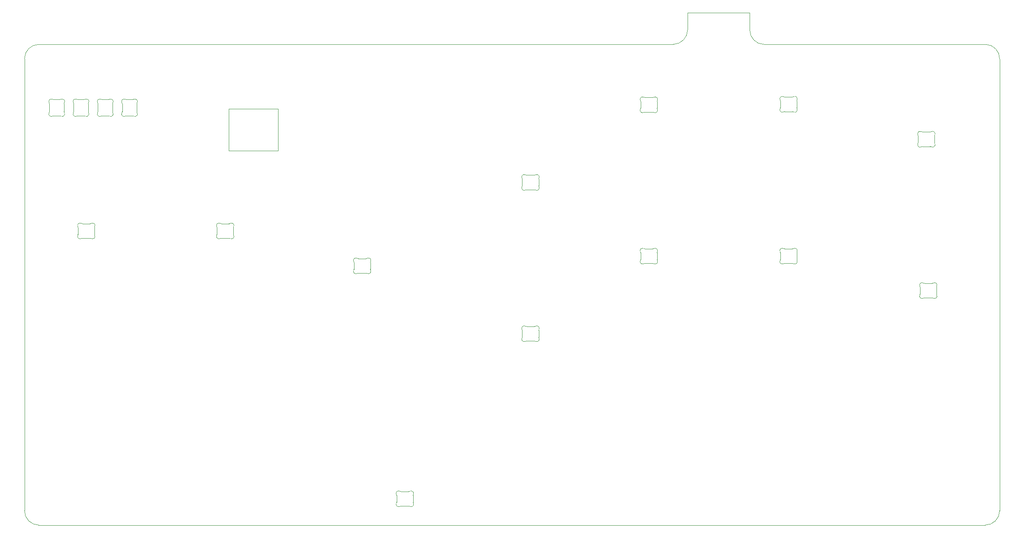
<source format=gm1>
G04 #@! TF.GenerationSoftware,KiCad,Pcbnew,(6.0.0)*
G04 #@! TF.CreationDate,2022-01-08T23:18:35-06:00*
G04 #@! TF.ProjectId,2.0,322e302e-6b69-4636-9164-5f7063625858,2.0*
G04 #@! TF.SameCoordinates,Original*
G04 #@! TF.FileFunction,Profile,NP*
%FSLAX46Y46*%
G04 Gerber Fmt 4.6, Leading zero omitted, Abs format (unit mm)*
G04 Created by KiCad (PCBNEW (6.0.0)) date 2022-01-08 23:18:35*
%MOMM*%
%LPD*%
G01*
G04 APERTURE LIST*
G04 #@! TA.AperFunction,Profile*
%ADD10C,0.050000*%
G04 #@! TD*
G04 #@! TA.AperFunction,Profile*
%ADD11C,0.100000*%
G04 #@! TD*
G04 APERTURE END LIST*
D10*
X206390000Y-33000000D02*
X252092494Y-33000000D01*
X53990000Y-35939072D02*
X53990000Y-129097918D01*
X254990001Y-36019211D02*
G75*
G03*
X252092494Y-33000000I-2945243J73440D01*
G01*
X96130000Y-54900000D02*
X96130000Y-46290000D01*
X53989999Y-129097918D02*
G75*
G03*
X56929072Y-132099999I2957537J-44271D01*
G01*
X251987919Y-132100001D02*
G75*
G03*
X254990000Y-129160928I44271J2957537D01*
G01*
X106250000Y-54900000D02*
X96130000Y-54900000D01*
X57003501Y-33000000D02*
X187676595Y-33000000D01*
X190690000Y-26500000D02*
X190687506Y-29922086D01*
X57003501Y-33000000D02*
G75*
G03*
X53990000Y-35939072I-49980J-2963198D01*
G01*
X254990000Y-129160928D02*
X254990000Y-36019211D01*
X251987919Y-132100000D02*
X56929072Y-132099999D01*
X203490000Y-26500000D02*
X190690000Y-26500000D01*
X203492493Y-29980789D02*
G75*
G03*
X206390000Y-33000000I2945243J-73440D01*
G01*
X187676595Y-33000000D02*
G75*
G03*
X190687506Y-29922086I-20131J3031333D01*
G01*
X106250000Y-54900000D02*
X106250000Y-46290000D01*
X106250000Y-46290000D02*
X96130000Y-46290000D01*
X203490000Y-26500000D02*
X203492494Y-29980789D01*
D11*
G04 #@! TO.C,D7*
X239490548Y-82260001D02*
X241079452Y-82260001D01*
X238585001Y-84462843D02*
X238585001Y-83057159D01*
X241079452Y-85260000D02*
X239490547Y-85260000D01*
X241984999Y-83057159D02*
X241984999Y-84462843D01*
X239238289Y-82191702D02*
G75*
G03*
X238535516Y-82840282I-252259J-431700D01*
G01*
X238585001Y-83057159D02*
G75*
G03*
X238535516Y-82840281I-499990J2D01*
G01*
X239238289Y-82191702D02*
G75*
G03*
X239490548Y-82260001I252261J431710D01*
G01*
X241079452Y-82260001D02*
G75*
G03*
X241331710Y-82191702I-3J500009D01*
G01*
X238535516Y-84679721D02*
G75*
G03*
X238585001Y-84462844I-450505J216876D01*
G01*
X241331711Y-85328300D02*
G75*
G03*
X242034484Y-84679721I252258J431701D01*
G01*
X242034484Y-82840281D02*
G75*
G03*
X241984999Y-83057158I450505J-216876D01*
G01*
X241984999Y-84462843D02*
G75*
G03*
X242034484Y-84679721I499990J-2D01*
G01*
X238535515Y-84679721D02*
G75*
G03*
X239238289Y-85328299I450516J-216877D01*
G01*
X242034484Y-82840281D02*
G75*
G03*
X241331711Y-82191704I-450515J216877D01*
G01*
X239490547Y-85260000D02*
G75*
G03*
X239238289Y-85328299I3J-500009D01*
G01*
X241331711Y-85328300D02*
G75*
G03*
X241079453Y-85260001I-252261J-431710D01*
G01*
G04 #@! TO.C,D4*
X94560548Y-69960001D02*
X96149452Y-69960001D01*
X96149452Y-72960000D02*
X94560547Y-72960000D01*
X93655001Y-72162843D02*
X93655001Y-70757159D01*
X97054999Y-70757159D02*
X97054999Y-72162843D01*
X96401711Y-73028300D02*
G75*
G03*
X97104484Y-72379721I252258J431701D01*
G01*
X93655001Y-70757159D02*
G75*
G03*
X93605516Y-70540281I-499990J2D01*
G01*
X97054999Y-72162843D02*
G75*
G03*
X97104484Y-72379721I499990J-2D01*
G01*
X96401711Y-73028300D02*
G75*
G03*
X96149453Y-72960001I-252261J-431710D01*
G01*
X96149452Y-69960001D02*
G75*
G03*
X96401710Y-69891702I-3J500009D01*
G01*
X94308289Y-69891702D02*
G75*
G03*
X93605516Y-70540282I-252259J-431700D01*
G01*
X94560547Y-72960000D02*
G75*
G03*
X94308289Y-73028299I3J-500009D01*
G01*
X97104484Y-70540281D02*
G75*
G03*
X97054999Y-70757158I450505J-216876D01*
G01*
X93605515Y-72379721D02*
G75*
G03*
X94308289Y-73028299I450516J-216877D01*
G01*
X94308289Y-69891702D02*
G75*
G03*
X94560548Y-69960001I252261J431710D01*
G01*
X97104484Y-70540281D02*
G75*
G03*
X96401711Y-69891704I-450515J216877D01*
G01*
X93605516Y-72379721D02*
G75*
G03*
X93655001Y-72162844I-450505J216876D01*
G01*
G04 #@! TO.C,D1*
X156585001Y-93362843D02*
X156585001Y-91957159D01*
X159079452Y-94160000D02*
X157490547Y-94160000D01*
X159984999Y-91957159D02*
X159984999Y-93362843D01*
X157490548Y-91160001D02*
X159079452Y-91160001D01*
X159331711Y-94228300D02*
G75*
G03*
X159079453Y-94160001I-252261J-431710D01*
G01*
X159331711Y-94228300D02*
G75*
G03*
X160034484Y-93579721I252258J431701D01*
G01*
X156535515Y-93579721D02*
G75*
G03*
X157238289Y-94228299I450516J-216877D01*
G01*
X159984999Y-93362843D02*
G75*
G03*
X160034484Y-93579721I499990J-2D01*
G01*
X156535516Y-93579721D02*
G75*
G03*
X156585001Y-93362844I-450505J216876D01*
G01*
X156585001Y-91957159D02*
G75*
G03*
X156535516Y-91740281I-499990J2D01*
G01*
X160034484Y-91740281D02*
G75*
G03*
X159331711Y-91091704I-450515J216877D01*
G01*
X159079452Y-91160001D02*
G75*
G03*
X159331710Y-91091702I-3J500009D01*
G01*
X157238289Y-91091702D02*
G75*
G03*
X157490548Y-91160001I252261J431710D01*
G01*
X157490547Y-94160000D02*
G75*
G03*
X157238289Y-94228299I3J-500009D01*
G01*
X157238289Y-91091702D02*
G75*
G03*
X156535516Y-91740282I-252259J-431700D01*
G01*
X160034484Y-91740281D02*
G75*
G03*
X159984999Y-91957158I450505J-216876D01*
G01*
G04 #@! TO.C,D2*
X67514452Y-72960000D02*
X65925547Y-72960000D01*
X68419999Y-70757159D02*
X68419999Y-72162843D01*
X65020001Y-72162843D02*
X65020001Y-70757159D01*
X65925548Y-69960001D02*
X67514452Y-69960001D01*
X68469484Y-70540281D02*
G75*
G03*
X68419999Y-70757158I450505J-216876D01*
G01*
X65673289Y-69891702D02*
G75*
G03*
X65925548Y-69960001I252261J431710D01*
G01*
X65673289Y-69891702D02*
G75*
G03*
X64970516Y-70540282I-252259J-431700D01*
G01*
X65925547Y-72960000D02*
G75*
G03*
X65673289Y-73028299I3J-500009D01*
G01*
X67766711Y-73028300D02*
G75*
G03*
X67514453Y-72960001I-252261J-431710D01*
G01*
X68419999Y-72162843D02*
G75*
G03*
X68469484Y-72379721I499990J-2D01*
G01*
X68469484Y-70540281D02*
G75*
G03*
X67766711Y-69891704I-450515J216877D01*
G01*
X64970516Y-72379721D02*
G75*
G03*
X65020001Y-72162844I-450505J216876D01*
G01*
X67766711Y-73028300D02*
G75*
G03*
X68469484Y-72379721I252258J431701D01*
G01*
X65020001Y-70757159D02*
G75*
G03*
X64970516Y-70540281I-499990J2D01*
G01*
X67514452Y-69960001D02*
G75*
G03*
X67766710Y-69891702I-3J500009D01*
G01*
X64970515Y-72379721D02*
G75*
G03*
X65673289Y-73028299I450516J-216877D01*
G01*
G04 #@! TO.C,D12*
X184384999Y-44757159D02*
X184384999Y-46162843D01*
X180985001Y-46162843D02*
X180985001Y-44757159D01*
X181890548Y-43960001D02*
X183479452Y-43960001D01*
X183479452Y-46960000D02*
X181890547Y-46960000D01*
X180935515Y-46379721D02*
G75*
G03*
X181638289Y-47028299I450516J-216877D01*
G01*
X184384999Y-46162843D02*
G75*
G03*
X184434484Y-46379721I499990J-2D01*
G01*
X184434484Y-44540281D02*
G75*
G03*
X184384999Y-44757158I450505J-216876D01*
G01*
X183731711Y-47028300D02*
G75*
G03*
X183479453Y-46960001I-252261J-431710D01*
G01*
X183731711Y-47028300D02*
G75*
G03*
X184434484Y-46379721I252258J431701D01*
G01*
X181638289Y-43891702D02*
G75*
G03*
X180935516Y-44540282I-252259J-431700D01*
G01*
X181638289Y-43891702D02*
G75*
G03*
X181890548Y-43960001I252261J431710D01*
G01*
X184434484Y-44540281D02*
G75*
G03*
X183731711Y-43891704I-450515J216877D01*
G01*
X180985001Y-44757159D02*
G75*
G03*
X180935516Y-44540281I-499990J2D01*
G01*
X183479452Y-43960001D02*
G75*
G03*
X183731710Y-43891702I-3J500009D01*
G01*
X180935516Y-46379721D02*
G75*
G03*
X180985001Y-46162844I-450505J216876D01*
G01*
X181890547Y-46960000D02*
G75*
G03*
X181638289Y-47028299I3J-500009D01*
G01*
G04 #@! TO.C,D15*
X77129999Y-45265548D02*
X77129999Y-46854452D01*
X74927157Y-44360001D02*
X76332841Y-44360001D01*
X76332841Y-47759999D02*
X74927157Y-47759999D01*
X74130000Y-46854452D02*
X74130000Y-45265547D01*
X76332841Y-44360001D02*
G75*
G03*
X76549719Y-44310516I2J499990D01*
G01*
X74061700Y-47106711D02*
G75*
G03*
X74129999Y-46854453I-431710J252261D01*
G01*
X76549719Y-47809484D02*
G75*
G03*
X76332842Y-47759999I-216876J-450505D01*
G01*
X74710279Y-44310515D02*
G75*
G03*
X74061701Y-45013289I-216877J-450516D01*
G01*
X74927157Y-47759999D02*
G75*
G03*
X74710279Y-47809484I-2J-499990D01*
G01*
X74130000Y-45265547D02*
G75*
G03*
X74061701Y-45013289I-500009J-3D01*
G01*
X77198298Y-45013289D02*
G75*
G03*
X76549718Y-44310516I-431700J252259D01*
G01*
X74061700Y-47106711D02*
G75*
G03*
X74710279Y-47809484I431701J-252258D01*
G01*
X76549719Y-47809484D02*
G75*
G03*
X77198296Y-47106711I216877J450515D01*
G01*
X77129999Y-46854452D02*
G75*
G03*
X77198298Y-47106710I500009J3D01*
G01*
X77198298Y-45013289D02*
G75*
G03*
X77129999Y-45265548I431710J-252261D01*
G01*
X74710279Y-44310516D02*
G75*
G03*
X74927156Y-44360001I216876J450505D01*
G01*
G04 #@! TO.C,D14*
X209785001Y-46062843D02*
X209785001Y-44657159D01*
X210690548Y-43860001D02*
X212279452Y-43860001D01*
X213184999Y-44657159D02*
X213184999Y-46062843D01*
X212279452Y-46860000D02*
X210690547Y-46860000D01*
X209735516Y-46279721D02*
G75*
G03*
X209785001Y-46062844I-450505J216876D01*
G01*
X210438289Y-43791702D02*
G75*
G03*
X210690548Y-43860001I252261J431710D01*
G01*
X213234484Y-44440281D02*
G75*
G03*
X212531711Y-43791704I-450515J216877D01*
G01*
X210438289Y-43791702D02*
G75*
G03*
X209735516Y-44440282I-252259J-431700D01*
G01*
X212279452Y-43860001D02*
G75*
G03*
X212531710Y-43791702I-3J500009D01*
G01*
X212531711Y-46928300D02*
G75*
G03*
X212279453Y-46860001I-252261J-431710D01*
G01*
X213234484Y-44440281D02*
G75*
G03*
X213184999Y-44657158I450505J-216876D01*
G01*
X209735515Y-46279721D02*
G75*
G03*
X210438289Y-46928299I450516J-216877D01*
G01*
X210690547Y-46860000D02*
G75*
G03*
X210438289Y-46928299I3J-500009D01*
G01*
X209785001Y-44657159D02*
G75*
G03*
X209735516Y-44440281I-499990J2D01*
G01*
X213184999Y-46062843D02*
G75*
G03*
X213234484Y-46279721I499990J-2D01*
G01*
X212531711Y-46928300D02*
G75*
G03*
X213234484Y-46279721I252258J431701D01*
G01*
G04 #@! TO.C,D8*
X130690001Y-127392843D02*
X130690001Y-125987159D01*
X134089999Y-125987159D02*
X134089999Y-127392843D01*
X131595548Y-125190001D02*
X133184452Y-125190001D01*
X133184452Y-128190000D02*
X131595547Y-128190000D01*
X134139484Y-125770281D02*
G75*
G03*
X133436711Y-125121704I-450515J216877D01*
G01*
X130640515Y-127609721D02*
G75*
G03*
X131343289Y-128258299I450516J-216877D01*
G01*
X133436711Y-128258300D02*
G75*
G03*
X134139484Y-127609721I252258J431701D01*
G01*
X133184452Y-125190001D02*
G75*
G03*
X133436710Y-125121702I-3J500009D01*
G01*
X133436711Y-128258300D02*
G75*
G03*
X133184453Y-128190001I-252261J-431710D01*
G01*
X131343289Y-125121702D02*
G75*
G03*
X131595548Y-125190001I252261J431710D01*
G01*
X134139484Y-125770281D02*
G75*
G03*
X134089999Y-125987158I450505J-216876D01*
G01*
X131343289Y-125121702D02*
G75*
G03*
X130640516Y-125770282I-252259J-431700D01*
G01*
X130640516Y-127609721D02*
G75*
G03*
X130690001Y-127392844I-450505J216876D01*
G01*
X131595547Y-128190000D02*
G75*
G03*
X131343289Y-128258299I3J-500009D01*
G01*
X130690001Y-125987159D02*
G75*
G03*
X130640516Y-125770281I-499990J2D01*
G01*
X134089999Y-127392843D02*
G75*
G03*
X134139484Y-127609721I499990J-2D01*
G01*
G04 #@! TO.C,D5*
X213184999Y-75957159D02*
X213184999Y-77362843D01*
X210690548Y-75160001D02*
X212279452Y-75160001D01*
X209785001Y-77362843D02*
X209785001Y-75957159D01*
X212279452Y-78160000D02*
X210690547Y-78160000D01*
X210438289Y-75091702D02*
G75*
G03*
X209735516Y-75740282I-252259J-431700D01*
G01*
X213234484Y-75740281D02*
G75*
G03*
X213184999Y-75957158I450505J-216876D01*
G01*
X212531711Y-78228300D02*
G75*
G03*
X213234484Y-77579721I252258J431701D01*
G01*
X209735516Y-77579721D02*
G75*
G03*
X209785001Y-77362844I-450505J216876D01*
G01*
X212279452Y-75160001D02*
G75*
G03*
X212531710Y-75091702I-3J500009D01*
G01*
X209785001Y-75957159D02*
G75*
G03*
X209735516Y-75740281I-499990J2D01*
G01*
X209735515Y-77579721D02*
G75*
G03*
X210438289Y-78228299I450516J-216877D01*
G01*
X210690547Y-78160000D02*
G75*
G03*
X210438289Y-78228299I3J-500009D01*
G01*
X213234484Y-75740281D02*
G75*
G03*
X212531711Y-75091704I-450515J216877D01*
G01*
X212531711Y-78228300D02*
G75*
G03*
X212279453Y-78160001I-252261J-431710D01*
G01*
X210438289Y-75091702D02*
G75*
G03*
X210690548Y-75160001I252261J431710D01*
G01*
X213184999Y-77362843D02*
G75*
G03*
X213234484Y-77579721I499990J-2D01*
G01*
G04 #@! TO.C,D3*
X183479452Y-78160000D02*
X181890547Y-78160000D01*
X184384999Y-75957159D02*
X184384999Y-77362843D01*
X181890548Y-75160001D02*
X183479452Y-75160001D01*
X180985001Y-77362843D02*
X180985001Y-75957159D01*
X180985001Y-75957159D02*
G75*
G03*
X180935516Y-75740281I-499990J2D01*
G01*
X181638289Y-75091702D02*
G75*
G03*
X181890548Y-75160001I252261J431710D01*
G01*
X181638289Y-75091702D02*
G75*
G03*
X180935516Y-75740282I-252259J-431700D01*
G01*
X184434484Y-75740281D02*
G75*
G03*
X184384999Y-75957158I450505J-216876D01*
G01*
X183731711Y-78228300D02*
G75*
G03*
X183479453Y-78160001I-252261J-431710D01*
G01*
X183731711Y-78228300D02*
G75*
G03*
X184434484Y-77579721I252258J431701D01*
G01*
X180935516Y-77579721D02*
G75*
G03*
X180985001Y-77362844I-450505J216876D01*
G01*
X184384999Y-77362843D02*
G75*
G03*
X184434484Y-77579721I499990J-2D01*
G01*
X181890547Y-78160000D02*
G75*
G03*
X181638289Y-78228299I3J-500009D01*
G01*
X180935515Y-77579721D02*
G75*
G03*
X181638289Y-78228299I450516J-216877D01*
G01*
X184434484Y-75740281D02*
G75*
G03*
X183731711Y-75091704I-450515J216877D01*
G01*
X183479452Y-75160001D02*
G75*
G03*
X183731710Y-75091702I-3J500009D01*
G01*
G04 #@! TO.C,D6*
X122795548Y-77160001D02*
X124384452Y-77160001D01*
X124384452Y-80160000D02*
X122795547Y-80160000D01*
X125289999Y-77957159D02*
X125289999Y-79362843D01*
X121890001Y-79362843D02*
X121890001Y-77957159D01*
X121890001Y-77957159D02*
G75*
G03*
X121840516Y-77740281I-499990J2D01*
G01*
X124384452Y-77160001D02*
G75*
G03*
X124636710Y-77091702I-3J500009D01*
G01*
X125339484Y-77740281D02*
G75*
G03*
X125289999Y-77957158I450505J-216876D01*
G01*
X125289999Y-79362843D02*
G75*
G03*
X125339484Y-79579721I499990J-2D01*
G01*
X125339484Y-77740281D02*
G75*
G03*
X124636711Y-77091704I-450515J216877D01*
G01*
X124636711Y-80228300D02*
G75*
G03*
X124384453Y-80160001I-252261J-431710D01*
G01*
X122795547Y-80160000D02*
G75*
G03*
X122543289Y-80228299I3J-500009D01*
G01*
X122543289Y-77091702D02*
G75*
G03*
X121840516Y-77740282I-252259J-431700D01*
G01*
X122543289Y-77091702D02*
G75*
G03*
X122795548Y-77160001I252261J431710D01*
G01*
X121840515Y-79579721D02*
G75*
G03*
X122543289Y-80228299I450516J-216877D01*
G01*
X124636711Y-80228300D02*
G75*
G03*
X125339484Y-79579721I252258J431701D01*
G01*
X121840516Y-79579721D02*
G75*
G03*
X121890001Y-79362844I-450505J216876D01*
G01*
G04 #@! TO.C,D10*
X159079452Y-62960000D02*
X157490547Y-62960000D01*
X159984999Y-60757159D02*
X159984999Y-62162843D01*
X157490548Y-59960001D02*
X159079452Y-59960001D01*
X156585001Y-62162843D02*
X156585001Y-60757159D01*
X157490547Y-62960000D02*
G75*
G03*
X157238289Y-63028299I3J-500009D01*
G01*
X159331711Y-63028300D02*
G75*
G03*
X160034484Y-62379721I252258J431701D01*
G01*
X159984999Y-62162843D02*
G75*
G03*
X160034484Y-62379721I499990J-2D01*
G01*
X160034484Y-60540281D02*
G75*
G03*
X159984999Y-60757158I450505J-216876D01*
G01*
X156535515Y-62379721D02*
G75*
G03*
X157238289Y-63028299I450516J-216877D01*
G01*
X157238289Y-59891702D02*
G75*
G03*
X157490548Y-59960001I252261J431710D01*
G01*
X159079452Y-59960001D02*
G75*
G03*
X159331710Y-59891702I-3J500009D01*
G01*
X157238289Y-59891702D02*
G75*
G03*
X156535516Y-60540282I-252259J-431700D01*
G01*
X156535516Y-62379721D02*
G75*
G03*
X156585001Y-62162844I-450505J216876D01*
G01*
X156585001Y-60757159D02*
G75*
G03*
X156535516Y-60540281I-499990J2D01*
G01*
X160034484Y-60540281D02*
G75*
G03*
X159331711Y-59891704I-450515J216877D01*
G01*
X159331711Y-63028300D02*
G75*
G03*
X159079453Y-62960001I-252261J-431710D01*
G01*
G04 #@! TO.C,D16*
X239090548Y-51060001D02*
X240679452Y-51060001D01*
X240679452Y-54060000D02*
X239090547Y-54060000D01*
X238185001Y-53262843D02*
X238185001Y-51857159D01*
X241584999Y-51857159D02*
X241584999Y-53262843D01*
X239090547Y-54060000D02*
G75*
G03*
X238838289Y-54128299I3J-500009D01*
G01*
X240679452Y-51060001D02*
G75*
G03*
X240931710Y-50991702I-3J500009D01*
G01*
X238135515Y-53479721D02*
G75*
G03*
X238838289Y-54128299I450516J-216877D01*
G01*
X238838289Y-50991702D02*
G75*
G03*
X239090548Y-51060001I252261J431710D01*
G01*
X241634484Y-51640281D02*
G75*
G03*
X241584999Y-51857158I450505J-216876D01*
G01*
X238185001Y-51857159D02*
G75*
G03*
X238135516Y-51640281I-499990J2D01*
G01*
X241634484Y-51640281D02*
G75*
G03*
X240931711Y-50991704I-450515J216877D01*
G01*
X238135516Y-53479721D02*
G75*
G03*
X238185001Y-53262844I-450505J216876D01*
G01*
X240931711Y-54128300D02*
G75*
G03*
X240679453Y-54060001I-252261J-431710D01*
G01*
X240931711Y-54128300D02*
G75*
G03*
X241634484Y-53479721I252258J431701D01*
G01*
X238838289Y-50991702D02*
G75*
G03*
X238135516Y-51640282I-252259J-431700D01*
G01*
X241584999Y-53262843D02*
G75*
G03*
X241634484Y-53479721I499990J-2D01*
G01*
G04 #@! TO.C,D11*
X66332841Y-47759999D02*
X64927157Y-47759999D01*
X67129999Y-45265548D02*
X67129999Y-46854452D01*
X64130000Y-46854452D02*
X64130000Y-45265547D01*
X64927157Y-44360001D02*
X66332841Y-44360001D01*
X64061700Y-47106711D02*
G75*
G03*
X64710279Y-47809484I431701J-252258D01*
G01*
X67129999Y-46854452D02*
G75*
G03*
X67198298Y-47106710I500009J3D01*
G01*
X66549719Y-47809484D02*
G75*
G03*
X66332842Y-47759999I-216876J-450505D01*
G01*
X64130000Y-45265547D02*
G75*
G03*
X64061701Y-45013289I-500009J-3D01*
G01*
X66332841Y-44360001D02*
G75*
G03*
X66549719Y-44310516I2J499990D01*
G01*
X64927157Y-47759999D02*
G75*
G03*
X64710279Y-47809484I-2J-499990D01*
G01*
X67198298Y-45013289D02*
G75*
G03*
X67129999Y-45265548I431710J-252261D01*
G01*
X64061700Y-47106711D02*
G75*
G03*
X64129999Y-46854453I-431710J252261D01*
G01*
X64710279Y-44310515D02*
G75*
G03*
X64061701Y-45013289I-216877J-450516D01*
G01*
X64710279Y-44310516D02*
G75*
G03*
X64927156Y-44360001I216876J450505D01*
G01*
X67198298Y-45013289D02*
G75*
G03*
X66549718Y-44310516I-431700J252259D01*
G01*
X66549719Y-47809484D02*
G75*
G03*
X67198296Y-47106711I216877J450515D01*
G01*
G04 #@! TO.C,D13*
X72129999Y-45265548D02*
X72129999Y-46854452D01*
X69130000Y-46854452D02*
X69130000Y-45265547D01*
X71332841Y-47759999D02*
X69927157Y-47759999D01*
X69927157Y-44360001D02*
X71332841Y-44360001D01*
X72198298Y-45013289D02*
G75*
G03*
X72129999Y-45265548I431710J-252261D01*
G01*
X71549719Y-47809484D02*
G75*
G03*
X71332842Y-47759999I-216876J-450505D01*
G01*
X71332841Y-44360001D02*
G75*
G03*
X71549719Y-44310516I2J499990D01*
G01*
X69927157Y-47759999D02*
G75*
G03*
X69710279Y-47809484I-2J-499990D01*
G01*
X71549719Y-47809484D02*
G75*
G03*
X72198296Y-47106711I216877J450515D01*
G01*
X72129999Y-46854452D02*
G75*
G03*
X72198298Y-47106710I500009J3D01*
G01*
X69130000Y-45265547D02*
G75*
G03*
X69061701Y-45013289I-500009J-3D01*
G01*
X69061700Y-47106711D02*
G75*
G03*
X69129999Y-46854453I-431710J252261D01*
G01*
X69061700Y-47106711D02*
G75*
G03*
X69710279Y-47809484I431701J-252258D01*
G01*
X69710279Y-44310515D02*
G75*
G03*
X69061701Y-45013289I-216877J-450516D01*
G01*
X69710279Y-44310516D02*
G75*
G03*
X69927156Y-44360001I216876J450505D01*
G01*
X72198298Y-45013289D02*
G75*
G03*
X71549718Y-44310516I-431700J252259D01*
G01*
G04 #@! TO.C,D9*
X61332841Y-47759999D02*
X59927157Y-47759999D01*
X62129999Y-45265548D02*
X62129999Y-46854452D01*
X59927157Y-44360001D02*
X61332841Y-44360001D01*
X59130000Y-46854452D02*
X59130000Y-45265547D01*
X59710279Y-44310516D02*
G75*
G03*
X59927156Y-44360001I216876J450505D01*
G01*
X62198298Y-45013289D02*
G75*
G03*
X62129999Y-45265548I431710J-252261D01*
G01*
X61549719Y-47809484D02*
G75*
G03*
X62198296Y-47106711I216877J450515D01*
G01*
X61332841Y-44360001D02*
G75*
G03*
X61549719Y-44310516I2J499990D01*
G01*
X62129999Y-46854452D02*
G75*
G03*
X62198298Y-47106710I500009J3D01*
G01*
X61549719Y-47809484D02*
G75*
G03*
X61332842Y-47759999I-216876J-450505D01*
G01*
X59130000Y-45265547D02*
G75*
G03*
X59061701Y-45013289I-500009J-3D01*
G01*
X59927157Y-47759999D02*
G75*
G03*
X59710279Y-47809484I-2J-499990D01*
G01*
X62198298Y-45013289D02*
G75*
G03*
X61549718Y-44310516I-431700J252259D01*
G01*
X59061700Y-47106711D02*
G75*
G03*
X59710279Y-47809484I431701J-252258D01*
G01*
X59710279Y-44310515D02*
G75*
G03*
X59061701Y-45013289I-216877J-450516D01*
G01*
X59061700Y-47106711D02*
G75*
G03*
X59129999Y-46854453I-431710J252261D01*
G01*
G04 #@! TD*
M02*

</source>
